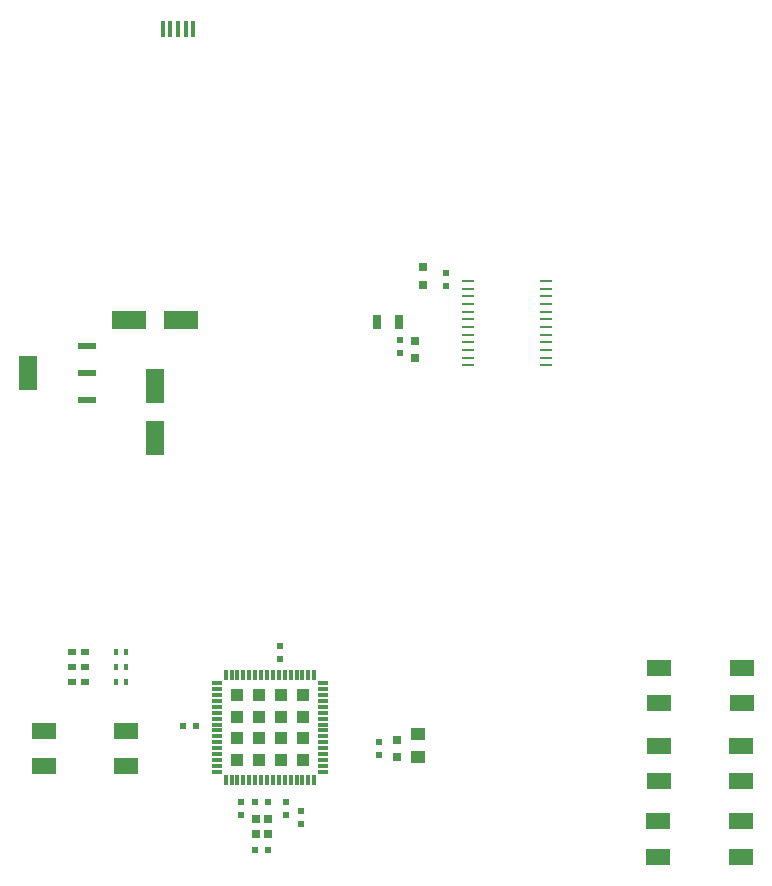
<source format=gtp>
G04 #@! TF.FileFunction,Paste,Top*
%FSLAX46Y46*%
G04 Gerber Fmt 4.6, Leading zero omitted, Abs format (unit mm)*
G04 Created by KiCad (PCBNEW 4.0.6) date 10/18/17 16:54:05*
%MOMM*%
%LPD*%
G01*
G04 APERTURE LIST*
%ADD10C,0.100000*%
%ADD11R,2.000000X1.400000*%
%ADD12R,0.600000X0.500000*%
%ADD13R,2.999740X1.600200*%
%ADD14R,1.600200X2.999740*%
%ADD15R,1.250000X1.000000*%
%ADD16R,0.400000X1.350000*%
%ADD17R,0.700000X1.300000*%
%ADD18R,0.400000X0.600000*%
%ADD19R,0.850000X0.300000*%
%ADD20R,0.300000X0.850000*%
%ADD21R,1.102500X1.102500*%
%ADD22R,0.500000X0.600000*%
%ADD23R,0.750000X0.800000*%
%ADD24R,0.700000X0.500000*%
%ADD25R,1.000000X0.220000*%
%ADD26R,0.650000X0.750000*%
%ADD27R,1.600000X0.600000*%
%ADD28R,1.600000X2.900000*%
G04 APERTURE END LIST*
D10*
D11*
X123560000Y-117900000D03*
X123560000Y-120900000D03*
X130560000Y-117900000D03*
X130560000Y-120900000D03*
D12*
X89366000Y-129286000D03*
X90466000Y-129286000D03*
D13*
X78700360Y-88410000D03*
X83099640Y-88410000D03*
D14*
X80850000Y-94010360D03*
X80850000Y-98409640D03*
D15*
X103124000Y-123460000D03*
X103124000Y-125460000D03*
D16*
X84104900Y-63792540D03*
X83454900Y-63792540D03*
X82804900Y-63792540D03*
X82154900Y-63792540D03*
X81504900Y-63792540D03*
D17*
X101534000Y-88646000D03*
X99634000Y-88646000D03*
D18*
X78428000Y-116586000D03*
X77528000Y-116586000D03*
X78428000Y-117856000D03*
X77528000Y-117856000D03*
X78428000Y-119126000D03*
X77528000Y-119126000D03*
D19*
X86150000Y-119200000D03*
X86150000Y-119700000D03*
X86150000Y-120200000D03*
X86150000Y-120700000D03*
X86150000Y-121200000D03*
X86150000Y-121700000D03*
X86150000Y-122200000D03*
X86150000Y-122700000D03*
X86150000Y-123200000D03*
X86150000Y-123700000D03*
X86150000Y-124200000D03*
X86150000Y-124700000D03*
X86150000Y-125200000D03*
X86150000Y-125700000D03*
X86150000Y-126200000D03*
X86150000Y-126700000D03*
D20*
X86850000Y-127400000D03*
X87350000Y-127400000D03*
X87850000Y-127400000D03*
X88350000Y-127400000D03*
X88850000Y-127400000D03*
X89350000Y-127400000D03*
X89850000Y-127400000D03*
X90350000Y-127400000D03*
X90850000Y-127400000D03*
X91350000Y-127400000D03*
X91850000Y-127400000D03*
X92350000Y-127400000D03*
X92850000Y-127400000D03*
X93350000Y-127400000D03*
X93850000Y-127400000D03*
X94350000Y-127400000D03*
D19*
X95050000Y-126700000D03*
X95050000Y-126200000D03*
X95050000Y-125700000D03*
X95050000Y-125200000D03*
X95050000Y-124700000D03*
X95050000Y-124200000D03*
X95050000Y-123700000D03*
X95050000Y-123200000D03*
X95050000Y-122700000D03*
X95050000Y-122200000D03*
X95050000Y-121700000D03*
X95050000Y-121200000D03*
X95050000Y-120700000D03*
X95050000Y-120200000D03*
X95050000Y-119700000D03*
X95050000Y-119200000D03*
D20*
X94350000Y-118500000D03*
X93850000Y-118500000D03*
X93350000Y-118500000D03*
X92850000Y-118500000D03*
X92350000Y-118500000D03*
X91850000Y-118500000D03*
X91350000Y-118500000D03*
X90850000Y-118500000D03*
X90350000Y-118500000D03*
X89850000Y-118500000D03*
X89350000Y-118500000D03*
X88850000Y-118500000D03*
X88350000Y-118500000D03*
X87850000Y-118500000D03*
X87350000Y-118500000D03*
X86850000Y-118500000D03*
D21*
X93356250Y-125706250D03*
X93356250Y-123868750D03*
X93356250Y-122031250D03*
X93356250Y-120193750D03*
X91518750Y-125706250D03*
X91518750Y-123868750D03*
X91518750Y-122031250D03*
X91518750Y-120193750D03*
X89681250Y-125706250D03*
X89681250Y-123868750D03*
X89681250Y-122031250D03*
X89681250Y-120193750D03*
X87843750Y-125706250D03*
X87843750Y-123868750D03*
X87843750Y-122031250D03*
X87843750Y-120193750D03*
D12*
X90466000Y-133350000D03*
X89366000Y-133350000D03*
D22*
X101600000Y-90128000D03*
X101600000Y-91228000D03*
D23*
X102870000Y-90182000D03*
X102870000Y-91682000D03*
X103550000Y-85460000D03*
X103550000Y-83960000D03*
D22*
X105500000Y-85560000D03*
X105500000Y-84460000D03*
X91948000Y-129244000D03*
X91948000Y-130344000D03*
X88138000Y-129244000D03*
X88138000Y-130344000D03*
X91440000Y-117136000D03*
X91440000Y-116036000D03*
X93218000Y-130006000D03*
X93218000Y-131106000D03*
D12*
X84350000Y-122800000D03*
X83250000Y-122800000D03*
D22*
X99822000Y-124164000D03*
X99822000Y-125264000D03*
D23*
X101346000Y-123964000D03*
X101346000Y-125464000D03*
D24*
X73872000Y-116586000D03*
X74972000Y-116586000D03*
X73872000Y-117856000D03*
X74972000Y-117856000D03*
X73872000Y-119126000D03*
X74972000Y-119126000D03*
D25*
X107350000Y-92285000D03*
X113950000Y-92285000D03*
X107350000Y-91635000D03*
X113950000Y-91635000D03*
X107350000Y-90985000D03*
X113950000Y-90985000D03*
X107350000Y-90335000D03*
X113950000Y-90335000D03*
X107350000Y-89685000D03*
X113950000Y-89685000D03*
X107350000Y-89035000D03*
X113950000Y-89035000D03*
X107350000Y-88385000D03*
X113950000Y-88385000D03*
X107350000Y-87735000D03*
X113950000Y-87735000D03*
X107350000Y-87085000D03*
X113950000Y-87085000D03*
X107350000Y-86435000D03*
X113950000Y-86435000D03*
X107350000Y-85785000D03*
X113950000Y-85785000D03*
X107350000Y-85135000D03*
X113950000Y-85135000D03*
D11*
X123460000Y-130880000D03*
X123460000Y-133880000D03*
X130460000Y-130880000D03*
X130460000Y-133880000D03*
X123500000Y-124484000D03*
X123500000Y-127484000D03*
X130500000Y-124484000D03*
X130500000Y-127484000D03*
X71430000Y-123214000D03*
X71430000Y-126214000D03*
X78430000Y-123214000D03*
X78430000Y-126214000D03*
D26*
X90441000Y-130668000D03*
X89391000Y-130668000D03*
X90441000Y-131968000D03*
X89391000Y-131968000D03*
D27*
X75150000Y-95260000D03*
D28*
X70100000Y-92960000D03*
D27*
X75150000Y-92960000D03*
X75150000Y-90660000D03*
M02*

</source>
